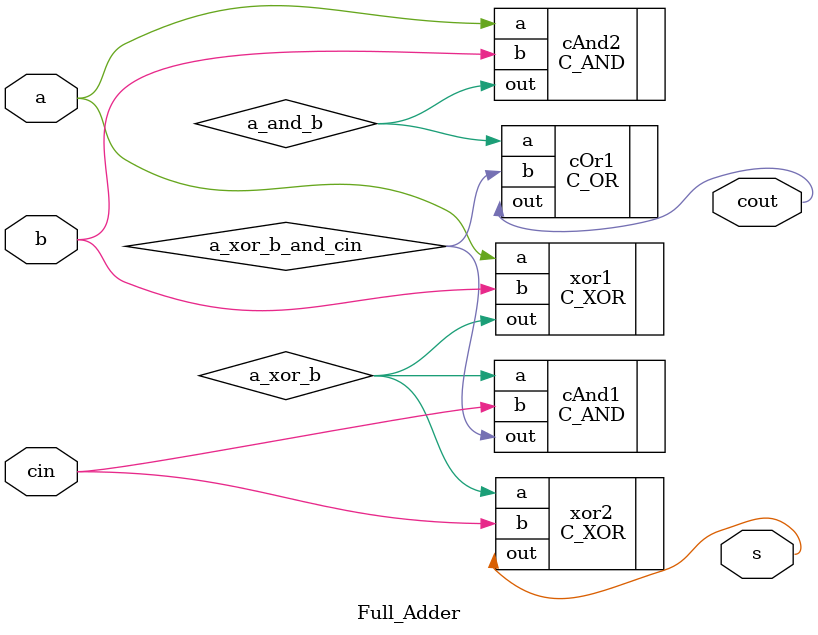
<source format=v>
module Full_Adder(input a, b, cin, output s, cout);

    wire[0:0] a_xor_b;
    C_XOR xor1(.a(a), .b(b), .out(a_xor_b));
    C_XOR xor2(.a(a_xor_b), .b(cin), .out(s));

    wire[0:0] a_xor_b_and_cin, a_and_b;
    C_AND cAnd1(.a(a_xor_b), .b(cin), .out(a_xor_b_and_cin));
    C_AND cAnd2(.a(a), .b(b), .out(a_and_b));

    C_OR cOr1(.a(a_and_b), .b(a_xor_b_and_cin), .out(cout)); // in 1'b1 ro mobina ezafe kard.

endmodule
</source>
